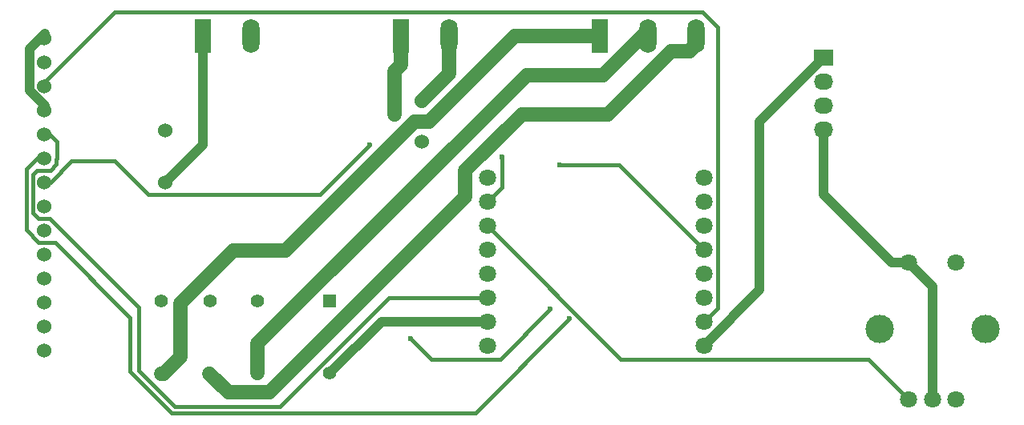
<source format=gbr>
G04 #@! TF.FileFunction,Copper,L2,Bot,Signal*
%FSLAX46Y46*%
G04 Gerber Fmt 4.6, Leading zero omitted, Abs format (unit mm)*
G04 Created by KiCad (PCBNEW 4.0.7) date 06/30/19 20:04:18*
%MOMM*%
%LPD*%
G01*
G04 APERTURE LIST*
%ADD10C,0.100000*%
%ADD11R,2.032000X1.727200*%
%ADD12O,2.032000X1.727200*%
%ADD13C,1.800000*%
%ADD14C,1.524000*%
%ADD15R,1.800000X3.600000*%
%ADD16O,1.800000X3.600000*%
%ADD17R,1.400000X1.400000*%
%ADD18C,1.400000*%
%ADD19C,3.000000*%
%ADD20C,0.600000*%
%ADD21C,1.000000*%
%ADD22C,0.400000*%
%ADD23C,1.500000*%
G04 APERTURE END LIST*
D10*
D11*
X177340000Y-55900000D03*
D12*
X177340000Y-58440000D03*
X177340000Y-60980000D03*
X177340000Y-63520000D03*
D13*
X141840000Y-68600000D03*
X141840000Y-71140000D03*
X141840000Y-73680000D03*
X141840000Y-76220000D03*
X141840000Y-78760000D03*
X141840000Y-81300000D03*
X141840000Y-83840000D03*
X141840000Y-86380000D03*
X164700000Y-86380000D03*
X164700000Y-83840000D03*
X164700000Y-81300000D03*
X164700000Y-78760000D03*
X164700000Y-76220000D03*
X164700000Y-73680000D03*
X164700000Y-71140000D03*
X164700000Y-68600000D03*
D14*
X107818000Y-63592000D03*
X107818000Y-69132000D03*
X134908000Y-60497000D03*
X134908000Y-64817000D03*
D15*
X132760000Y-53580000D03*
D16*
X137840000Y-53580000D03*
D15*
X153740000Y-53580000D03*
D16*
X158820000Y-53580000D03*
X163900000Y-53580000D03*
D15*
X111840000Y-53580000D03*
D16*
X116920000Y-53580000D03*
D17*
X125230000Y-81680000D03*
D18*
X125230000Y-89300000D03*
X112540000Y-81680000D03*
X107450000Y-81680000D03*
X117610000Y-81680000D03*
X112520000Y-89310000D03*
X107440000Y-89310000D03*
X117610000Y-89300000D03*
D13*
X186340000Y-77580000D03*
X186340000Y-92080000D03*
X188840000Y-92080000D03*
X191340000Y-92080000D03*
X191340000Y-77580000D03*
D19*
X194440000Y-84580000D03*
X183240000Y-84580000D03*
D14*
X95090000Y-53880000D03*
X95090000Y-56420000D03*
X95090000Y-58960000D03*
X95090000Y-61500000D03*
X95090000Y-64040000D03*
X95090000Y-66580000D03*
X95090000Y-69120000D03*
X95090000Y-71660000D03*
X95090000Y-74200000D03*
X95090000Y-76740000D03*
X95090000Y-79280000D03*
X95090000Y-81820000D03*
X95090000Y-84360000D03*
X95090000Y-86900000D03*
D20*
X143401700Y-66424100D03*
X133750300Y-85599000D03*
X148482500Y-82498100D03*
X150514300Y-83536200D03*
X129443200Y-65111400D03*
X149507900Y-67268800D03*
X132043500Y-61952500D03*
D21*
X186340000Y-77580000D02*
X184515998Y-77580000D01*
X177340000Y-70404002D02*
X177340000Y-65383600D01*
X184515998Y-77580000D02*
X177340000Y-70404002D01*
X177340000Y-65383600D02*
X177340000Y-63520000D01*
X186340000Y-77580000D02*
X188840000Y-80080000D01*
X188840000Y-80080000D02*
X188840000Y-92080000D01*
X111840000Y-65110000D02*
X107818000Y-69132000D01*
X111840000Y-53580000D02*
X111840000Y-65110000D01*
X130690000Y-83840000D02*
X125230000Y-89300000D01*
X141840000Y-83840000D02*
X130690000Y-83840000D01*
D22*
X143401700Y-69578300D02*
X141840000Y-71140000D01*
X143401700Y-66424100D02*
X143401700Y-69578300D01*
X143194500Y-87786100D02*
X148482500Y-82498100D01*
X135937400Y-87786100D02*
X143194500Y-87786100D01*
X133750300Y-85599000D02*
X135937400Y-87786100D01*
D23*
X153740000Y-53580000D02*
X144725400Y-53580000D01*
X109400001Y-87592399D02*
X107682400Y-89310000D01*
X144725400Y-53580000D02*
X135648400Y-62657000D01*
X109400001Y-81933997D02*
X109400001Y-87592399D01*
X135648400Y-62657000D02*
X134167900Y-62657000D01*
X107682400Y-89310000D02*
X107440000Y-89310000D01*
X134167900Y-62657000D02*
X120544900Y-76280000D01*
X120544900Y-76280000D02*
X115053998Y-76280000D01*
X115053998Y-76280000D02*
X109400001Y-81933997D01*
X158820000Y-53580000D02*
X158236700Y-53580000D01*
X146005600Y-57729600D02*
X117610000Y-86125200D01*
X158236700Y-53580000D02*
X154087100Y-57729600D01*
X154087100Y-57729600D02*
X146005600Y-57729600D01*
X117610000Y-86125200D02*
X117610000Y-89300000D01*
X154571300Y-61877700D02*
X161240000Y-55209000D01*
X163900000Y-53580000D02*
X163900000Y-54480000D01*
X163900000Y-54480000D02*
X163171000Y-55209000D01*
X163171000Y-55209000D02*
X161240000Y-55209000D01*
X145509400Y-61877700D02*
X154571300Y-61877700D01*
X139509100Y-67878000D02*
X145509400Y-61877700D01*
X139509100Y-70591800D02*
X139509100Y-67878000D01*
X118800500Y-91300400D02*
X139509100Y-70591800D01*
X114510400Y-91300400D02*
X118800500Y-91300400D01*
X112520000Y-89310000D02*
X114510400Y-91300400D01*
D22*
X141840000Y-73680000D02*
X155946000Y-87786000D01*
X182046000Y-87786000D02*
X186340000Y-92080000D01*
X155946000Y-87786000D02*
X182046000Y-87786000D01*
D21*
X93553700Y-54948300D02*
X95144000Y-53358000D01*
X93553700Y-59387700D02*
X93553700Y-54948300D01*
X95144000Y-60978000D02*
X93553700Y-59387700D01*
X170603400Y-80476600D02*
X164700000Y-86380000D01*
X170603400Y-62636600D02*
X170603400Y-80476600D01*
X177340000Y-55900000D02*
X170603400Y-62636600D01*
D22*
X95679763Y-72922001D02*
X97337762Y-74580000D01*
X105074800Y-82330000D02*
X105074800Y-89045700D01*
X97337762Y-74580000D02*
X97337762Y-74592962D01*
X97337762Y-74592962D02*
X105074800Y-82330000D01*
X95144000Y-63518000D02*
X96421600Y-64795600D01*
X119961200Y-92791400D02*
X131452600Y-81300000D01*
X96421600Y-64795600D02*
X96421600Y-66591200D01*
X96421600Y-66591200D02*
X96352001Y-66660799D01*
X96352001Y-66660799D02*
X96352001Y-67185761D01*
X96352001Y-67185761D02*
X95695761Y-67842001D01*
X93866110Y-72303872D02*
X94484239Y-72922001D01*
X131452600Y-81300000D02*
X141840000Y-81300000D01*
X108820500Y-92791400D02*
X119961200Y-92791400D01*
X95695761Y-67842001D02*
X94304382Y-67842001D01*
X94304382Y-67842001D02*
X93866383Y-68280000D01*
X105074800Y-89045700D02*
X108820500Y-92791400D01*
X93866383Y-68280000D02*
X93866110Y-72303872D01*
X94484239Y-72922001D02*
X95679763Y-72922001D01*
X166156200Y-82383800D02*
X164700000Y-83840000D01*
X166156200Y-52650200D02*
X166156200Y-82383800D01*
X164564800Y-51058800D02*
X166156200Y-52650200D01*
X102523200Y-51058800D02*
X164564800Y-51058800D01*
X95144000Y-58438000D02*
X102523200Y-51058800D01*
X95144000Y-66058000D02*
X94772600Y-66058000D01*
X94772600Y-66058000D02*
X93166100Y-67664500D01*
X140558800Y-93491700D02*
X150514300Y-83536200D01*
X93166100Y-67664500D02*
X93166100Y-74143862D01*
X93166100Y-74143862D02*
X94484239Y-75462001D01*
X94484239Y-75462001D02*
X96212201Y-75462001D01*
X96212201Y-75462001D02*
X104126800Y-83376600D01*
X104126800Y-83376600D02*
X104126800Y-89088000D01*
X104126800Y-89088000D02*
X108530500Y-93491700D01*
X108530500Y-93491700D02*
X140558800Y-93491700D01*
X108240000Y-70400900D02*
X124153700Y-70400900D01*
X106696700Y-70400900D02*
X108240000Y-70400900D01*
X106032901Y-70400900D02*
X102490000Y-66857999D01*
X97962001Y-66857999D02*
X102490000Y-66857999D01*
X108240000Y-70400900D02*
X106032901Y-70400900D01*
X95090000Y-69120000D02*
X95700000Y-69120000D01*
X95700000Y-69120000D02*
X97962001Y-66857999D01*
X155748800Y-67268800D02*
X149507900Y-67268800D01*
X164700000Y-76220000D02*
X155748800Y-67268800D01*
X124153700Y-70400900D02*
X129443200Y-65111400D01*
D23*
X137840000Y-57565000D02*
X134908000Y-60497000D01*
X137840000Y-53580000D02*
X137840000Y-57565000D01*
X132760000Y-53580000D02*
X132760000Y-56630300D01*
X132043500Y-57346800D02*
X132043500Y-61952500D01*
X132760000Y-56630300D02*
X132043500Y-57346800D01*
M02*

</source>
